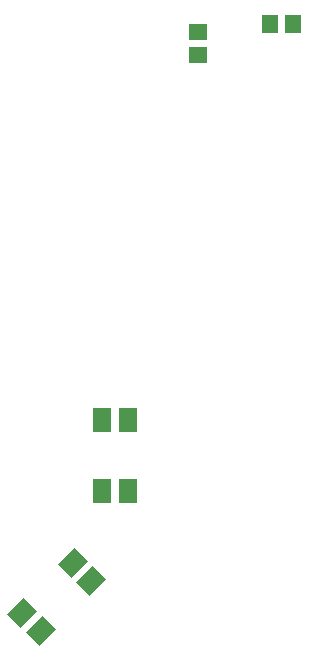
<source format=gtp>
G04 Layer_Color=8421504*
%FSLAX25Y25*%
%MOIN*%
G70*
G01*
G75*
%ADD10R,0.05906X0.05512*%
%ADD11R,0.05512X0.05906*%
G04:AMPARAMS|DCode=12|XSize=78.74mil|YSize=62.99mil|CornerRadius=0mil|HoleSize=0mil|Usage=FLASHONLY|Rotation=225.000|XOffset=0mil|YOffset=0mil|HoleType=Round|Shape=Rectangle|*
%AMROTATEDRECTD12*
4,1,4,0.00557,0.05011,0.05011,0.00557,-0.00557,-0.05011,-0.05011,-0.00557,0.00557,0.05011,0.0*
%
%ADD12ROTATEDRECTD12*%

%ADD13R,0.06299X0.07874*%
D10*
X27500Y168937D02*
D03*
Y161063D02*
D03*
D11*
X51563Y171500D02*
D03*
X59437D02*
D03*
D12*
X-14198Y-8073D02*
D03*
X-30901Y-24776D02*
D03*
X-8073Y-14198D02*
D03*
X-24777Y-30901D02*
D03*
D13*
X4331Y15748D02*
D03*
Y39370D02*
D03*
X-4331Y15748D02*
D03*
X-4331Y39370D02*
D03*
M02*

</source>
